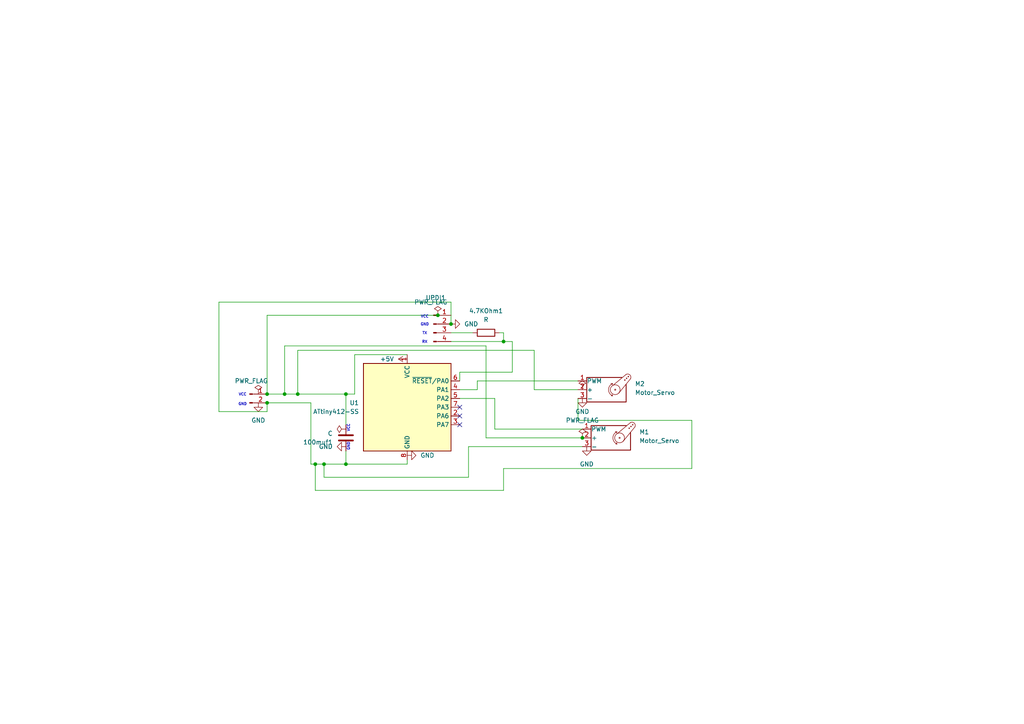
<source format=kicad_sch>
(kicad_sch (version 20231120) (generator "eeschema") (generator_version "8.0")
  (paper "A4")
  (lib_symbols
    (symbol "Connector:Conn_01x02_Pin" (pin_names (offset 1.016) hide)
      (property "Reference" "J" (at 0 2.54 0))
      (property "Value" "Conn_01x02_Pin" (at 0 -5.08 0))
      (symbol "Conn_01x02_Pin_1_1"
        (polyline (pts (xy 1.27 -2.54) (xy 0.8636 -2.54)) (stroke (width 0.1524)))
        (polyline (pts (xy 1.27 0) (xy 0.8636 0)) (stroke (width 0.1524)))
        (rectangle (start 0.8636 -2.413) (end 0 -2.667) (stroke (width 0.1524)) (fill (type outline)))
        (rectangle (start 0.8636 0.127) (end 0 -0.127) (stroke (width 0.1524)) (fill (type outline)))
        (pin passive line (at 5.08 0 180) (length 3.81) (name "Pin_1") (number "1"))
        (pin passive line (at 5.08 -2.54 180) (length 3.81) (name "Pin_2") (number "2"))
      )
    )
    (symbol "Connector:Conn_01x04_Pin" (pin_names (offset 1.016) hide)
      (property "Reference" "J" (at 0 5.08 0))
      (property "Value" "Conn_01x04_Pin" (at 0 -7.62 0))
      (symbol "Conn_01x04_Pin_1_1"
        (polyline (pts (xy 1.27 -5.08) (xy 0.8636 -5.08)) (stroke (width 0.1524)))
        (polyline (pts (xy 1.27 -2.54) (xy 0.8636 -2.54)) (stroke (width 0.1524)))
        (polyline (pts (xy 1.27 0) (xy 0.8636 0)) (stroke (width 0.1524)))
        (polyline (pts (xy 1.27 2.54) (xy 0.8636 2.54)) (stroke (width 0.1524)))
        (rectangle (start 0.8636 -4.953) (end 0 -5.207) (stroke (width 0.1524)) (fill (type outline)))
        (rectangle (start 0.8636 -2.413) (end 0 -2.667) (stroke (width 0.1524)) (fill (type outline)))
        (rectangle (start 0.8636 0.127) (end 0 -0.127) (stroke (width 0.1524)) (fill (type outline)))
        (rectangle (start 0.8636 2.667) (end 0 2.413) (stroke (width 0.1524)) (fill (type outline)))
        (pin passive line (at 5.08 2.54 180) (length 3.81) (name "Pin_1") (number "1"))
        (pin passive line (at 5.08 0 180) (length 3.81) (name "Pin_2") (number "2"))
        (pin passive line (at 5.08 -2.54 180) (length 3.81) (name "Pin_3") (number "3"))
        (pin passive line (at 5.08 -5.08 180) (length 3.81) (name "Pin_4") (number "4"))
      )
    )
    (symbol "Device:C" (pin_numbers hide) (pin_names (offset 0.254))
      (property "Reference" "C" (at 0.635 2.54 0))
      (property "Value" "C" (at 0.635 -2.54 0))
      (symbol "C_0_1"
        (polyline (pts (xy -2.032 -0.762) (xy 2.032 -0.762)) (stroke (width 0.508)))
        (polyline (pts (xy -2.032 0.762) (xy 2.032 0.762)) (stroke (width 0.508)))
      )
      (symbol "C_1_1"
        (pin passive line (at 0 3.81 270) (length 2.794) (name "~") (number "1"))
        (pin passive line (at 0 -3.81 90) (length 2.794) (name "~") (number "2"))
      )
    )
    (symbol "Device:R" (pin_numbers hide) (pin_names (offset 0))
      (property "Reference" "R" (at 2.032 0 90))
      (property "Value" "R" (at 0 0 90))
      (symbol "R_0_1"
        (rectangle (start -1.016 -2.54) (end 1.016 2.54) (stroke (width 0.254)))
      )
      (symbol "R_1_1"
        (pin passive line (at 0 3.81 270) (length 1.27) (name "~") (number "1"))
        (pin passive line (at 0 -3.81 90) (length 1.27) (name "~") (number "2"))
      )
    )
    (symbol "MCU_Microchip_ATtiny:ATtiny412-SS"
      (property "Reference" "U" (at -12.7 13.97 0))
      (property "Value" "ATtiny412-SS" (at 2.54 -13.97 0))
      (symbol "ATtiny412-SS_0_1"
        (rectangle (start -12.7 -12.7) (end 12.7 12.7) (stroke (width 0.254)) (fill (type background)))
      )
      (symbol "ATtiny412-SS_1_1"
        (pin power_in line (at 0 15.24 270) (length 2.54) (name "VCC") (number "1"))
        (pin bidirectional line (at 15.24 -2.54 180) (length 2.54) (name "PA6") (number "2"))
        (pin bidirectional line (at 15.24 -5.08 180) (length 2.54) (name "PA7") (number "3"))
        (pin bidirectional line (at 15.24 5.08 180) (length 2.54) (name "PA1") (number "4"))
        (pin bidirectional line (at 15.24 2.54 180) (length 2.54) (name "PA2") (number "5"))
        (pin bidirectional line (at 15.24 7.62 180) (length 2.54) (name "~{RESET}/PA0") (number "6"))
        (pin bidirectional line (at 15.24 0 180) (length 2.54) (name "PA3") (number "7"))
        (pin power_in line (at 0 -15.24 90) (length 2.54) (name "GND") (number "8"))
      )
    )
    (symbol "Motor:Motor_Servo" (pin_names (offset 0.0254))
      (property "Reference" "M" (at -5.08 4.445 0))
      (property "Value" "Motor_Servo" (at -5.08 -4.064 0))
      (symbol "Motor_Servo_0_1"
        (polyline (pts (xy 2.413 -1.778) (xy 2.032 -1.778)))
        (polyline (pts (xy 2.413 -1.778) (xy 2.286 -1.397)))
        (polyline (pts (xy 2.413 1.778) (xy 1.905 1.778)))
        (polyline (pts (xy 2.413 1.778) (xy 2.286 1.397)))
        (polyline (pts (xy 6.35 4.445) (xy 2.54 1.27)))
        (polyline (pts (xy 7.62 3.175) (xy 4.191 -1.016)))
        (polyline (pts (xy 5.08 3.556) (xy -5.08 3.556) (xy -5.08 -3.556) (xy 6.35 -3.556) (xy 6.35 1.524)) (stroke (width 0.254)))
        (arc (start 2.413 1.778) (mid 1.2406 0) (end 2.413 -1.778))
        (circle (center 3.175 0) (radius 0.1778))
        (circle (center 3.175 0) (radius 1.4224))
        (circle (center 5.969 2.794) (radius 0.127))
        (circle (center 6.477 3.302) (radius 0.127))
        (circle (center 6.985 3.81) (radius 0.127))
        (arc (start 7.62 3.175) (mid 7.4485 4.2735) (end 6.35 4.445))
      )
      (symbol "Motor_Servo_1_1"
        (pin passive line (at -7.62 2.54 0) (length 2.54) (name "PWM") (number "1"))
        (pin passive line (at -7.62 0 0) (length 2.54) (name "+") (number "2"))
        (pin passive line (at -7.62 -2.54 0) (length 2.54) (name "-") (number "3"))
      )
    )
    (symbol "power:+5V" (power) (pin_numbers hide) (pin_names (offset 0) hide)
      (property "Value" "+5V" (at 0 3.556 0))
      (symbol "+5V_0_1"
        (polyline (pts (xy -0.762 1.27) (xy 0 2.54)))
        (polyline (pts (xy 0 0) (xy 0 2.54)))
        (polyline (pts (xy 0 2.54) (xy 0.762 1.27)))
      )
      (symbol "+5V_1_1"
        (pin power_in line (at 0 0 90) (length 0) (name "~") (number "1"))
      )
    )
    (symbol "power:GND" (power) (pin_numbers hide) (pin_names (offset 0) hide)
      (property "Value" "GND" (at 0 -3.81 0))
      (symbol "GND_0_1"
        (polyline (pts (xy 0 0) (xy 0 -1.27) (xy 1.27 -1.27) (xy 0 -2.54) (xy -1.27 -1.27) (xy 0 -1.27)))
      )
      (symbol "GND_1_1"
        (pin power_in line (at 0 0 270) (length 0) (name "~") (number "1"))
      )
    )
    (symbol "power:PWR_FLAG" (power) (pin_numbers hide) (pin_names (offset 0) hide)
      (property "Value" "PWR_FLAG" (at 0 3.81 0))
      (symbol "PWR_FLAG_0_0"
        (pin power_out line (at 0 0 90) (length 0) (name "~") (number "1"))
      )
      (symbol "PWR_FLAG_0_1"
        (polyline (pts (xy 0 0) (xy 0 1.27) (xy -1.016 1.905) (xy 0 2.54) (xy 1.016 1.905) (xy 0 1.27)))
      )
    )
  )
  (junction (at 100.33 114.3))
  (junction (at 91.44 134.62))
  (junction (at 77.47 116.84))
  (junction (at 168.91 127))
  (junction (at 100.33 134.62))
  (junction (at 93.98 134.62))
  (junction (at 130.81 93.98))
  (junction (at 82.55 114.3))
  (junction (at 127 91.44))
  (junction (at 86.36 114.3))
  (junction (at 77.47 114.3))
  (junction (at 146.05 99.06))
  (no_connect (at 133.35 123.19))
  (no_connect (at 133.35 120.65))
  (no_connect (at 133.35 118.11))
  (wire (pts (xy 100.33 130.81) (xy 100.33 134.62)))
  (wire (pts (xy 93.98 138.43) (xy 93.98 134.62)))
  (wire (pts (xy 93.98 134.62) (xy 100.33 134.62)))
  (wire (pts (xy 130.81 87.63) (xy 63.5 87.63)))
  (wire (pts (xy 140.97 127) (xy 140.97 100.33)))
  (wire (pts (xy 102.87 102.87) (xy 118.11 102.87)))
  (wire (pts (xy 100.33 134.62) (xy 118.11 134.62)))
  (wire (pts (xy 167.64 110.49) (xy 138.43 110.49)))
  (wire (pts (xy 90.17 116.84) (xy 90.17 134.62)))
  (wire (pts (xy 63.5 119.38) (xy 77.47 119.38)))
  (wire (pts (xy 135.89 129.54) (xy 135.89 138.43)))
  (wire (pts (xy 168.91 129.54) (xy 135.89 129.54)))
  (wire (pts (xy 90.17 134.62) (xy 91.44 134.62)))
  (wire (pts (xy 154.94 113.03) (xy 154.94 101.6)))
  (wire (pts (xy 167.64 115.57) (xy 167.64 121.92)))
  (wire (pts (xy 144.78 96.52) (xy 146.05 96.52)))
  (wire (pts (xy 168.91 127) (xy 140.97 127)))
  (wire (pts (xy 146.05 142.24) (xy 91.44 142.24)))
  (wire (pts (xy 127 91.44) (xy 130.81 91.44)))
  (wire (pts (xy 100.33 114.3) (xy 100.33 123.19)))
  (wire (pts (xy 102.87 114.3) (xy 102.87 102.87)))
  (wire (pts (xy 100.33 114.3) (xy 102.87 114.3)))
  (wire (pts (xy 91.44 134.62) (xy 93.98 134.62)))
  (wire (pts (xy 77.47 91.44) (xy 77.47 114.3)))
  (wire (pts (xy 168.91 124.46) (xy 143.51 124.46)))
  (wire (pts (xy 200.66 121.92) (xy 200.66 135.89)))
  (wire (pts (xy 77.47 91.44) (xy 127 91.44)))
  (wire (pts (xy 130.81 96.52) (xy 137.16 96.52)))
  (wire (pts (xy 167.64 121.92) (xy 200.66 121.92)))
  (wire (pts (xy 77.47 116.84) (xy 90.17 116.84)))
  (wire (pts (xy 143.51 124.46) (xy 143.51 115.57)))
  (wire (pts (xy 143.51 115.57) (xy 133.35 115.57)))
  (wire (pts (xy 146.05 135.89) (xy 146.05 142.24)))
  (wire (pts (xy 146.05 96.52) (xy 146.05 99.06)))
  (wire (pts (xy 118.11 134.62) (xy 118.11 133.35)))
  (wire (pts (xy 148.59 107.95) (xy 133.35 107.95)))
  (wire (pts (xy 63.5 87.63) (xy 63.5 119.38)))
  (wire (pts (xy 91.44 142.24) (xy 91.44 134.62)))
  (wire (pts (xy 154.94 101.6) (xy 86.36 101.6)))
  (wire (pts (xy 148.59 99.06) (xy 148.59 107.95)))
  (wire (pts (xy 167.64 113.03) (xy 154.94 113.03)))
  (wire (pts (xy 82.55 100.33) (xy 82.55 114.3)))
  (wire (pts (xy 130.81 87.63) (xy 130.81 93.98)))
  (wire (pts (xy 77.47 114.3) (xy 82.55 114.3)))
  (wire (pts (xy 140.97 100.33) (xy 82.55 100.33)))
  (wire (pts (xy 135.89 138.43) (xy 93.98 138.43)))
  (wire (pts (xy 138.43 110.49) (xy 138.43 113.03)))
  (wire (pts (xy 82.55 114.3) (xy 86.36 114.3)))
  (wire (pts (xy 133.35 107.95) (xy 133.35 110.49)))
  (wire (pts (xy 86.36 101.6) (xy 86.36 114.3)))
  (wire (pts (xy 77.47 119.38) (xy 77.47 116.84)))
  (wire (pts (xy 86.36 114.3) (xy 100.33 114.3)))
  (wire (pts (xy 130.81 99.06) (xy 146.05 99.06)))
  (wire (pts (xy 138.43 113.03) (xy 133.35 113.03)))
  (wire (pts (xy 146.05 99.06) (xy 148.59 99.06)))
  (wire (pts (xy 200.66 135.89) (xy 146.05 135.89)))
  (text "VCC" (at 123.19 91.948 0) (effects (font (size 0.762 0.762))))
  (text "VCC" (at 101.092 124.206 90) (effects (font (size 0.762 0.762))))
  (text "RX" (at 123.19 99.314 0) (effects (font (size 0.762 0.762))))
  (text "GND" (at 101.092 129.54 90) (effects (font (size 0.762 0.762))))
  (text "GND" (at 123.19 94.234 0) (effects (font (size 0.762 0.762))))
  (text "VCC" (at 70.358 114.554 0) (effects (font (size 0.762 0.762))))
  (text "GND" (at 70.358 117.348 0) (effects (font (size 0.762 0.762))))
  (text "TX" (at 123.19 96.774 0) (effects (font (size 0.762 0.762))))
  (symbol (lib_id "power:PWR_FLAG") (at 100.33 124.46 90) (unit 1)
    (property "Reference" "#FLG01" (effects (hide yes)))
    (property "Value" "PWR_FLAG" (effects (hide yes)))
    (property "Description" "Special symbol for telling ERC where power comes from" (effects (hide yes)))
  )
  (symbol (lib_id "power:+5V") (at 118.11 104.14 90) (unit 1)
    (property "Reference" "#PWR010" (effects (hide yes)))
    (property "Value" "+5V" (at 114.3 104.1399 90) (effects (justify left)))
    (property "Description" "Power symbol creates a global label with name \"+5V\"" (effects (hide yes)))
  )
  (symbol (lib_id "Device:C") (at 100.33 127 180) (unit 1)
    (property "Reference" "100muf1" (at 96.52 128.2701 0) (effects (justify left)))
    (property "Value" "C" (at 96.52 125.7301 0) (effects (justify left)))
    (property "Footprint" "Capacitor_SMD:C_0201_0603Metric_Pad0.64x0.40mm_HandSolder" (effects (hide yes)))
    (property "Description" "Unpolarized capacitor" (effects (hide yes)))
  )
  (symbol (lib_id "Connector:Conn_01x04_Pin") (at 125.73 93.98 0) (unit 1)
    (property "Reference" "UPDI1" (at 126.365 86.36 0))
    (property "Value" "Conn_01x04_Pin" (effects (hide yes)))
    (property "Footprint" "Connector_PinHeader_1.00mm:PinHeader_1x04_P1.00mm_Vertical_SMD_Pin1Left" (effects (hide yes)))
    (property "Description" "Generic connector, single row, 01x04, script generated" (effects (hide yes)))
  )
  (symbol (lib_id "power:PWR_FLAG") (at 168.91 127 0) (unit 1)
    (property "Reference" "#FLG05" (effects (hide yes)))
    (property "Value" "PWR_FLAG" (at 168.91 121.92 0))
    (property "Description" "Special symbol for telling ERC where power comes from" (effects (hide yes)))
  )
  (symbol (lib_id "power:GND") (at 168.91 115.57 0) (unit 1)
    (property "Reference" "#PWR05" (effects (hide yes)))
    (property "Value" "GND" (at 168.91 119.38 0))
    (property "Description" "Power symbol creates a global label with name \"GND\" , ground" (effects (hide yes)))
  )
  (symbol (lib_id "Device:R") (at 140.97 96.52 270) (unit 1)
    (property "Reference" "4.7KOhm1" (at 140.97 90.17 90))
    (property "Value" "R" (at 140.97 92.71 90))
    (property "Footprint" "Resistor_SMD:R_1206_3216Metric_Pad1.30x1.75mm_HandSolder" (effects (hide yes)))
    (property "Description" "Resistor" (effects (hide yes)))
  )
  (symbol (lib_id "power:PWR_FLAG") (at 127 91.44 0) (unit 1)
    (property "Reference" "#FLG02" (effects (hide yes)))
    (property "Value" "PWR_FLAG" (at 124.968 87.63 0))
    (property "Description" "Special symbol for telling ERC where power comes from" (effects (hide yes)))
  )
  (symbol (lib_id "power:PWR_FLAG") (at 74.93 114.3 0) (unit 1)
    (property "Reference" "#FLG03" (effects (hide yes)))
    (property "Value" "PWR_FLAG" (at 72.898 110.49 0))
    (property "Description" "Special symbol for telling ERC where power comes from" (effects (hide yes)))
  )
  (symbol (lib_id "power:GND") (at 118.11 132.08 90) (unit 1)
    (property "Reference" "#PWR02" (effects (hide yes)))
    (property "Value" "GND" (at 121.92 132.0799 90) (effects (justify right)))
    (property "Description" "Power symbol creates a global label with name \"GND\" , ground" (effects (hide yes)))
  )
  (symbol (lib_id "Motor:Motor_Servo") (at 175.26 113.03 0) (unit 1)
    (property "Reference" "M2" (at 184.15 111.3265 0) (effects (justify left)))
    (property "Value" "Motor_Servo" (at 184.15 113.8665 0) (effects (justify left)))
    (property "Footprint" "Connector_PinHeader_1.00mm:PinHeader_1x03_P1.00mm_Vertical_SMD_Pin1Right" (effects (hide yes)))
    (property "Datasheet" "http://forums.parallax.com/uploads/attachments/46831/74481.png" (effects (hide yes)))
    (property "Description" "Servo Motor (Futaba, HiTec, JR connector)" (effects (hide yes)))
  )
  (symbol (lib_id "power:GND") (at 100.33 129.54 270) (unit 1)
    (property "Reference" "#PWR03" (effects (hide yes)))
    (property "Value" "GND" (at 96.52 129.5399 90) (effects (justify right)))
    (property "Description" "Power symbol creates a global label with name \"GND\" , ground" (effects (hide yes)))
  )
  (symbol (lib_id "power:GND") (at 74.93 116.84 0) (unit 1)
    (property "Reference" "#PWR01" (effects (hide yes)))
    (property "Value" "GND" (at 74.93 121.92 0))
    (property "Description" "Power symbol creates a global label with name \"GND\" , ground" (effects (hide yes)))
  )
  (symbol (lib_id "power:GND") (at 130.81 93.98 90) (unit 1)
    (property "Reference" "#PWR04" (effects (hide yes)))
    (property "Value" "GND" (at 134.62 93.9799 90) (effects (justify right)))
    (property "Description" "Power symbol creates a global label with name \"GND\" , ground" (effects (hide yes)))
  )
  (symbol (lib_id "power:GND") (at 170.18 129.54 0) (unit 1)
    (property "Reference" "#PWR06" (effects (hide yes)))
    (property "Value" "GND" (at 170.18 134.62 0))
    (property "Description" "Power symbol creates a global label with name \"GND\" , ground" (effects (hide yes)))
  )
  (symbol (lib_id "Motor:Motor_Servo") (at 176.53 127 0) (unit 1)
    (property "Reference" "M1" (at 185.42 125.2965 0) (effects (justify left)))
    (property "Value" "Motor_Servo" (at 185.42 127.8365 0) (effects (justify left)))
    (property "Footprint" "Connector_PinHeader_1.00mm:PinHeader_1x03_P1.00mm_Vertical_SMD_Pin1Right" (effects (hide yes)))
    (property "Datasheet" "http://forums.parallax.com/uploads/attachments/46831/74481.png" (effects (hide yes)))
    (property "Description" "Servo Motor (Futaba, HiTec, JR connector)" (effects (hide yes)))
  )
  (symbol (lib_id "power:PWR_FLAG") (at 168.91 113.03 0) (unit 1)
    (property "Reference" "#FLG04" (effects (hide yes)))
    (property "Value" "PWR_FLAG" (effects (hide yes)))
    (property "Description" "Special symbol for telling ERC where power comes from" (effects (hide yes)))
  )
  (symbol (lib_id "MCU_Microchip_ATtiny:ATtiny412-SS") (at 118.11 118.11 0) (unit 1)
    (property "Reference" "U1" (at 104.14 116.8399 0) (effects (justify right)))
    (property "Value" "ATtiny412-SS" (at 104.14 119.3799 0) (effects (justify right)))
    (property "Footprint" "Package_SO:SOP-8_6.605x9.655mm_P2.54mm" (effects (hide yes)))
    (property "Datasheet" "http://ww1.microchip.com/downloads/en/DeviceDoc/40001911A.pdf" (effects (hide yes)))
    (property "Description" "20MHz, 4kB Flash, 256B SRAM, 128B EEPROM, SOIC-8" (effects (hide yes)))
  )
  (symbol (lib_id "Connector:Conn_01x02_Pin") (at 72.39 114.3 0) (unit 1)
    (property "Reference" "Power(5V)1" (effects (hide yes)))
    (property "Value" "Conn_01x02_Pin" (effects (hide yes)))
    (property "Footprint" "Connector_PinHeader_1.00mm:PinHeader_1x02_P1.00mm_Vertical_SMD_Pin1Left" (effects (hide yes)))
    (property "Description" "Generic connector, single row, 01x02, script generated" (effects (hide yes)))
  )
)
</source>
